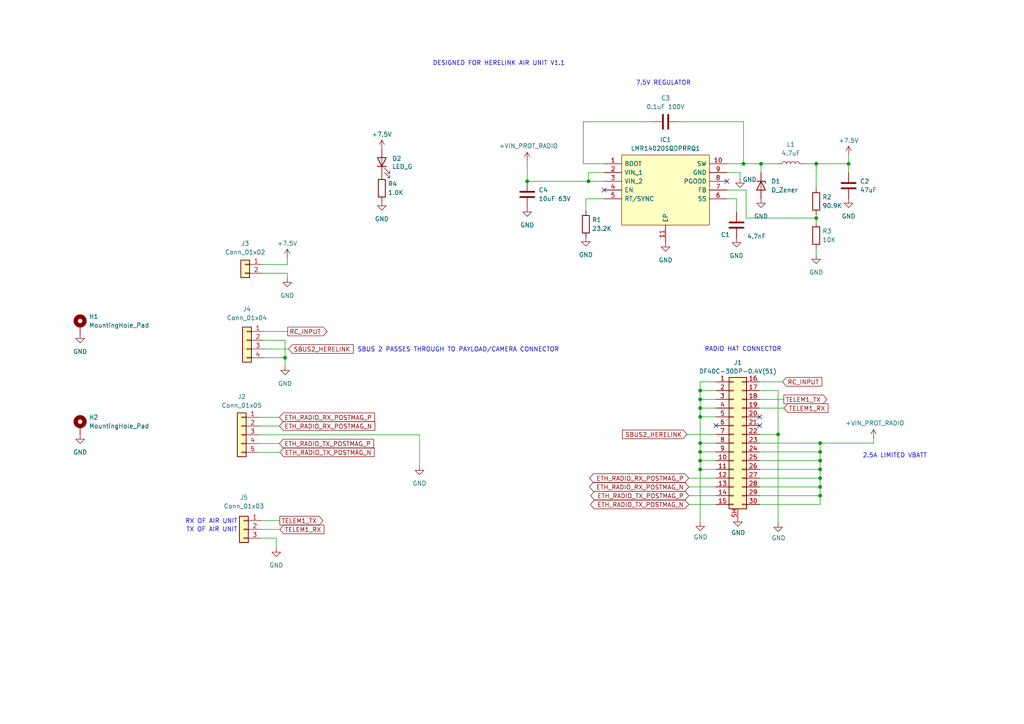
<source format=kicad_sch>
(kicad_sch (version 20230121) (generator eeschema)
  (paper "A4")
  (lib_symbols
    (symbol "+VIN_1" (power) (pin_names (offset 0))
      (property "Value" "+VIN_1" (at 0.381 4.3942 0))
      (symbol "+VIN_1_0_1"
        (polyline (pts (xy -0.762 1.27) (xy 0 2.54)))
        (polyline (pts (xy 0 0) (xy 0 2.54)))
        (polyline (pts (xy 0 2.54) (xy 0.762 1.27)))
      )
      (symbol "+VIN_1_1_1"
        (pin power_in line (at 0 0 90) (length 0) hide (name "+VIN_PROT_RADIO") (number "1"))
      )
    )
    (symbol "Connector_Generic:Conn_01x02" (pin_names (offset 1.016) hide)
      (property "Reference" "J" (at 0 2.54 0))
      (property "Value" "Conn_01x02" (at 0 -5.08 0))
      (symbol "Conn_01x02_1_1"
        (rectangle (start -1.27 -2.413) (end 0 -2.667) (stroke (width 0.1524)))
        (rectangle (start -1.27 0.127) (end 0 -0.127) (stroke (width 0.1524)))
        (rectangle (start -1.27 1.27) (end 1.27 -3.81) (stroke (width 0.254)) (fill (type background)))
        (pin passive line (at -5.08 0 0) (length 3.81) (name "Pin_1") (number "1"))
        (pin passive line (at -5.08 -2.54 0) (length 3.81) (name "Pin_2") (number "2"))
      )
    )
    (symbol "Connector_Generic:Conn_01x03" (pin_names (offset 1.016) hide)
      (property "Reference" "J" (at 0 5.08 0))
      (property "Value" "Conn_01x03" (at 0 -5.08 0))
      (symbol "Conn_01x03_1_1"
        (rectangle (start -1.27 -2.413) (end 0 -2.667) (stroke (width 0.1524)))
        (rectangle (start -1.27 0.127) (end 0 -0.127) (stroke (width 0.1524)))
        (rectangle (start -1.27 2.667) (end 0 2.413) (stroke (width 0.1524)))
        (rectangle (start -1.27 3.81) (end 1.27 -3.81) (stroke (width 0.254)) (fill (type background)))
        (pin passive line (at -5.08 2.54 0) (length 3.81) (name "Pin_1") (number "1"))
        (pin passive line (at -5.08 0 0) (length 3.81) (name "Pin_2") (number "2"))
        (pin passive line (at -5.08 -2.54 0) (length 3.81) (name "Pin_3") (number "3"))
      )
    )
    (symbol "Connector_Generic:Conn_01x04" (pin_names (offset 1.016) hide)
      (property "Reference" "J" (at 0 5.08 0))
      (property "Value" "Conn_01x04" (at 0 -7.62 0))
      (symbol "Conn_01x04_1_1"
        (rectangle (start -1.27 -4.953) (end 0 -5.207) (stroke (width 0.1524)))
        (rectangle (start -1.27 -2.413) (end 0 -2.667) (stroke (width 0.1524)))
        (rectangle (start -1.27 0.127) (end 0 -0.127) (stroke (width 0.1524)))
        (rectangle (start -1.27 2.667) (end 0 2.413) (stroke (width 0.1524)))
        (rectangle (start -1.27 3.81) (end 1.27 -6.35) (stroke (width 0.254)) (fill (type background)))
        (pin passive line (at -5.08 2.54 0) (length 3.81) (name "Pin_1") (number "1"))
        (pin passive line (at -5.08 0 0) (length 3.81) (name "Pin_2") (number "2"))
        (pin passive line (at -5.08 -2.54 0) (length 3.81) (name "Pin_3") (number "3"))
        (pin passive line (at -5.08 -5.08 0) (length 3.81) (name "Pin_4") (number "4"))
      )
    )
    (symbol "Connector_Generic:Conn_01x05" (pin_names (offset 1.016) hide)
      (property "Reference" "J" (at 0 7.62 0))
      (property "Value" "Conn_01x05" (at 0 -7.62 0))
      (symbol "Conn_01x05_1_1"
        (rectangle (start -1.27 -4.953) (end 0 -5.207) (stroke (width 0.1524)))
        (rectangle (start -1.27 -2.413) (end 0 -2.667) (stroke (width 0.1524)))
        (rectangle (start -1.27 0.127) (end 0 -0.127) (stroke (width 0.1524)))
        (rectangle (start -1.27 2.667) (end 0 2.413) (stroke (width 0.1524)))
        (rectangle (start -1.27 5.207) (end 0 4.953) (stroke (width 0.1524)))
        (rectangle (start -1.27 6.35) (end 1.27 -6.35) (stroke (width 0.254)) (fill (type background)))
        (pin passive line (at -5.08 5.08 0) (length 3.81) (name "Pin_1") (number "1"))
        (pin passive line (at -5.08 2.54 0) (length 3.81) (name "Pin_2") (number "2"))
        (pin passive line (at -5.08 0 0) (length 3.81) (name "Pin_3") (number "3"))
        (pin passive line (at -5.08 -2.54 0) (length 3.81) (name "Pin_4") (number "4"))
        (pin passive line (at -5.08 -5.08 0) (length 3.81) (name "Pin_5") (number "5"))
      )
    )
    (symbol "Connector_Generic:Conn_02x15_Top_Bottom" (pin_names (offset 1.016) hide)
      (property "Reference" "J1" (at 1.27 23.368 0))
      (property "Value" "DF40C-30DP-0.4V(51)" (at 1.27 20.828 0))
      (symbol "Conn_02x15_Top_Bottom_1_1"
        (rectangle (start -1.27 -17.653) (end 0 -17.907) (stroke (width 0.1524)))
        (rectangle (start -1.27 -15.113) (end 0 -15.367) (stroke (width 0.1524)))
        (rectangle (start -1.27 -12.573) (end 0 -12.827) (stroke (width 0.1524)))
        (rectangle (start -1.27 -10.033) (end 0 -10.287) (stroke (width 0.1524)))
        (rectangle (start -1.27 -7.493) (end 0 -7.747) (stroke (width 0.1524)))
        (rectangle (start -1.27 -4.953) (end 0 -5.207) (stroke (width 0.1524)))
        (rectangle (start -1.27 -2.413) (end 0 -2.667) (stroke (width 0.1524)))
        (rectangle (start -1.27 0.127) (end 0 -0.127) (stroke (width 0.1524)))
        (rectangle (start -1.27 2.667) (end 0 2.413) (stroke (width 0.1524)))
        (rectangle (start -1.27 5.207) (end 0 4.953) (stroke (width 0.1524)))
        (rectangle (start -1.27 7.747) (end 0 7.493) (stroke (width 0.1524)))
        (rectangle (start -1.27 10.287) (end 0 10.033) (stroke (width 0.1524)))
        (rectangle (start -1.27 12.827) (end 0 12.573) (stroke (width 0.1524)))
        (rectangle (start -1.27 15.367) (end 0 15.113) (stroke (width 0.1524)))
        (rectangle (start -1.27 17.907) (end 0 17.653) (stroke (width 0.1524)))
        (rectangle (start -1.27 19.05) (end 3.81 -19.05) (stroke (width 0.254)) (fill (type background)))
        (rectangle (start 3.81 -17.653) (end 2.54 -17.907) (stroke (width 0.1524)))
        (rectangle (start 3.81 -15.113) (end 2.54 -15.367) (stroke (width 0.1524)))
        (rectangle (start 3.81 -12.573) (end 2.54 -12.827) (stroke (width 0.1524)))
        (rectangle (start 3.81 -10.033) (end 2.54 -10.287) (stroke (width 0.1524)))
        (rectangle (start 3.81 -7.493) (end 2.54 -7.747) (stroke (width 0.1524)))
        (rectangle (start 3.81 -4.953) (end 2.54 -5.207) (stroke (width 0.1524)))
        (rectangle (start 3.81 -2.413) (end 2.54 -2.667) (stroke (width 0.1524)))
        (rectangle (start 3.81 0.127) (end 2.54 -0.127) (stroke (width 0.1524)))
        (rectangle (start 3.81 2.667) (end 2.54 2.413) (stroke (width 0.1524)))
        (rectangle (start 3.81 5.207) (end 2.54 4.953) (stroke (width 0.1524)))
        (rectangle (start 3.81 7.747) (end 2.54 7.493) (stroke (width 0.1524)))
        (rectangle (start 3.81 10.287) (end 2.54 10.033) (stroke (width 0.1524)))
        (rectangle (start 3.81 12.827) (end 2.54 12.573) (stroke (width 0.1524)))
        (rectangle (start 3.81 15.367) (end 2.54 15.113) (stroke (width 0.1524)))
        (rectangle (start 3.81 17.907) (end 2.54 17.653) (stroke (width 0.1524)))
        (pin passive line (at -5.08 17.78 0) (length 3.81) (name "Pin_1") (number "1"))
        (pin passive line (at -5.08 -5.08 0) (length 3.81) (name "Pin_10") (number "10"))
        (pin passive line (at -5.08 -7.62 0) (length 3.81) (name "Pin_11") (number "11"))
        (pin passive line (at -5.08 -10.16 0) (length 3.81) (name "Pin_12") (number "12"))
        (pin passive line (at -5.08 -12.7 0) (length 3.81) (name "Pin_13") (number "13"))
        (pin passive line (at -5.08 -15.24 0) (length 3.81) (name "Pin_14") (number "14"))
        (pin passive line (at -5.08 -17.78 0) (length 3.81) (name "Pin_15") (number "15"))
        (pin passive line (at 7.62 17.78 180) (length 3.81) (name "Pin_16") (number "16"))
        (pin passive line (at 7.62 15.24 180) (length 3.81) (name "Pin_17") (number "17"))
        (pin passive line (at 7.62 12.7 180) (length 3.81) (name "Pin_18") (number "18"))
        (pin passive line (at 7.62 10.16 180) (length 3.81) (name "Pin_19") (number "19"))
        (pin passive line (at -5.08 15.24 0) (length 3.81) (name "Pin_2") (number "2"))
        (pin passive line (at 7.62 7.62 180) (length 3.81) (name "Pin_20") (number "20"))
        (pin passive line (at 7.62 5.08 180) (length 3.81) (name "Pin_21") (number "21"))
        (pin passive line (at 7.62 2.54 180) (length 3.81) (name "Pin_22") (number "22"))
        (pin passive line (at 7.62 0 180) (length 3.81) (name "Pin_23") (number "23"))
        (pin passive line (at 7.62 -2.54 180) (length 3.81) (name "Pin_24") (number "24"))
        (pin passive line (at 7.62 -5.08 180) (length 3.81) (name "Pin_25") (number "25"))
        (pin passive line (at 7.62 -7.62 180) (length 3.81) (name "Pin_26") (number "26"))
        (pin passive line (at 7.62 -10.16 180) (length 3.81) (name "Pin_27") (number "27"))
        (pin passive line (at 7.62 -12.7 180) (length 3.81) (name "Pin_28") (number "28"))
        (pin passive line (at 7.62 -15.24 180) (length 3.81) (name "Pin_29") (number "29"))
        (pin passive line (at -5.08 12.7 0) (length 3.81) (name "Pin_3") (number "3"))
        (pin passive line (at 7.62 -17.78 180) (length 3.81) (name "Pin_30") (number "30"))
        (pin passive line (at -5.08 10.16 0) (length 3.81) (name "Pin_4") (number "4"))
        (pin passive line (at -5.08 7.62 0) (length 3.81) (name "Pin_5") (number "5"))
        (pin passive line (at -5.08 5.08 0) (length 3.81) (name "Pin_6") (number "6"))
        (pin passive line (at -5.08 2.54 0) (length 3.81) (name "Pin_7") (number "7"))
        (pin passive line (at -5.08 0 0) (length 3.81) (name "Pin_8") (number "8"))
        (pin passive line (at -5.08 -2.54 0) (length 3.81) (name "Pin_9") (number "9"))
        (pin passive line (at 1.27 -21.59 90) (length 2.54) (name "SH") (number "SH"))
      )
    )
    (symbol "Device:C" (pin_numbers hide) (pin_names (offset 0.254))
      (property "Reference" "C" (at 0.635 2.54 0))
      (property "Value" "C" (at 0.635 -2.54 0))
      (symbol "C_0_1"
        (polyline (pts (xy -2.032 -0.762) (xy 2.032 -0.762)) (stroke (width 0.508)))
        (polyline (pts (xy -2.032 0.762) (xy 2.032 0.762)) (stroke (width 0.508)))
      )
      (symbol "C_1_1"
        (pin passive line (at 0 3.81 270) (length 2.794) (name "~") (number "1"))
        (pin passive line (at 0 -3.81 90) (length 2.794) (name "~") (number "2"))
      )
    )
    (symbol "Device:D_Zener" (pin_numbers hide) (pin_names (offset 1.016) hide)
      (property "Reference" "D" (at 0 2.54 0))
      (property "Value" "D_Zener" (at 0 -2.54 0))
      (symbol "D_Zener_0_1"
        (polyline (pts (xy 1.27 0) (xy -1.27 0)))
        (polyline (pts (xy -1.27 -1.27) (xy -1.27 1.27) (xy -0.762 1.27)) (stroke (width 0.254)))
        (polyline (pts (xy 1.27 -1.27) (xy 1.27 1.27) (xy -1.27 0) (xy 1.27 -1.27)) (stroke (width 0.254)))
      )
      (symbol "D_Zener_1_1"
        (pin passive line (at -3.81 0 0) (length 2.54) (name "K") (number "1"))
        (pin passive line (at 3.81 0 180) (length 2.54) (name "A") (number "2"))
      )
    )
    (symbol "Device:L" (pin_numbers hide) (pin_names (offset 1.016) hide)
      (property "Reference" "L" (at -1.27 0 90))
      (property "Value" "L" (at 1.905 0 90))
      (symbol "L_0_1"
        (arc (start 0 -2.54) (mid 0.6323 -1.905) (end 0 -1.27))
        (arc (start 0 -1.27) (mid 0.6323 -0.635) (end 0 0))
        (arc (start 0 0) (mid 0.6323 0.635) (end 0 1.27))
        (arc (start 0 1.27) (mid 0.6323 1.905) (end 0 2.54))
      )
      (symbol "L_1_1"
        (pin passive line (at 0 3.81 270) (length 1.27) (name "1") (number "1"))
        (pin passive line (at 0 -3.81 90) (length 1.27) (name "2") (number "2"))
      )
    )
    (symbol "Device:LED" (pin_numbers hide) (pin_names (offset 1.016) hide)
      (property "Reference" "D" (at 0 2.54 0))
      (property "Value" "LED" (at 0 -2.54 0))
      (symbol "LED_0_1"
        (polyline (pts (xy -1.27 -1.27) (xy -1.27 1.27)) (stroke (width 0.254)))
        (polyline (pts (xy -1.27 0) (xy 1.27 0)))
        (polyline (pts (xy 1.27 -1.27) (xy 1.27 1.27) (xy -1.27 0) (xy 1.27 -1.27)) (stroke (width 0.254)))
        (polyline (pts (xy -3.048 -0.762) (xy -4.572 -2.286) (xy -3.81 -2.286) (xy -4.572 -2.286) (xy -4.572 -1.524)))
        (polyline (pts (xy -1.778 -0.762) (xy -3.302 -2.286) (xy -2.54 -2.286) (xy -3.302 -2.286) (xy -3.302 -1.524)))
      )
      (symbol "LED_1_1"
        (pin passive line (at -3.81 0 0) (length 2.54) (name "K") (number "1"))
        (pin passive line (at 3.81 0 180) (length 2.54) (name "A") (number "2"))
      )
    )
    (symbol "Device:R" (pin_numbers hide) (pin_names (offset 0))
      (property "Reference" "R" (at 2.032 0 90))
      (property "Value" "R" (at 0 0 90))
      (symbol "R_0_1"
        (rectangle (start -1.016 -2.54) (end 1.016 2.54) (stroke (width 0.254)))
      )
      (symbol "R_1_1"
        (pin passive line (at 0 3.81 270) (length 1.27) (name "~") (number "1"))
        (pin passive line (at 0 -3.81 90) (length 1.27) (name "~") (number "2"))
      )
    )
    (symbol "LMR14020SQDPRRQ1:LMR14020SQDPRRQ1" (pin_names (offset 0.762))
      (property "Reference" "IC1" (at 17.78 6.985 0))
      (property "Value" "LMR14020SQDPRRQ1" (at 17.78 4.445 0))
      (symbol "LMR14020SQDPRRQ1_0_0"
        (pin passive line (at 0 0 0) (length 5.08) (name "BOOT") (number "1"))
        (pin passive line (at 35.56 0 180) (length 5.08) (name "SW") (number "10"))
        (pin passive line (at 17.78 -22.86 90) (length 5.08) (name "EP") (number "11"))
        (pin passive line (at 0 -2.54 0) (length 5.08) (name "VIN_1") (number "2"))
        (pin passive line (at 0 -5.08 0) (length 5.08) (name "VIN_2") (number "3"))
        (pin passive line (at 0 -7.62 0) (length 5.08) (name "EN") (number "4"))
        (pin passive line (at 0 -10.16 0) (length 5.08) (name "RT/SYNC") (number "5"))
        (pin passive line (at 35.56 -10.16 180) (length 5.08) (name "SS") (number "6"))
        (pin passive line (at 35.56 -7.62 180) (length 5.08) (name "FB") (number "7"))
        (pin passive line (at 35.56 -5.08 180) (length 5.08) (name "PGOOD") (number "8"))
        (pin passive line (at 35.56 -2.54 180) (length 5.08) (name "GND") (number "9"))
      )
      (symbol "LMR14020SQDPRRQ1_1_1"
        (polyline (pts (xy 5.08 2.54) (xy 30.48 2.54) (xy 30.48 -17.78) (xy 5.08 -17.78) (xy 5.08 2.54)) (stroke (width 0.1524)) (fill (type background)))
      )
    )
    (symbol "Mechanical:MountingHole_Pad" (pin_numbers hide) (pin_names (offset 1.016) hide)
      (property "Reference" "H" (at 0 6.35 0))
      (property "Value" "MountingHole_Pad" (at 0 4.445 0))
      (symbol "MountingHole_Pad_0_1"
        (circle (center 0 1.27) (radius 1.27) (stroke (width 1.27)))
      )
      (symbol "MountingHole_Pad_1_1"
        (pin input line (at 0 -2.54 90) (length 2.54) (name "1") (number "1"))
      )
    )
    (symbol "custom_power:GND" (power) (pin_names (offset 0))
      (property "Value" "custom_power_GND" (at 0 -3.81 0))
      (symbol "GND_0_1"
        (polyline (pts (xy 0 0) (xy 0 -1.27) (xy 1.27 -1.27) (xy 0 -2.54) (xy -1.27 -1.27) (xy 0 -1.27)))
      )
      (symbol "GND_1_1"
        (pin power_in line (at 0 0 270) (length 0) hide (name "GND") (number "1"))
      )
    )
    (symbol "power:+7.5V" (power) (pin_names (offset 0))
      (property "Value" "+7.5V" (at 0 3.556 0))
      (symbol "+7.5V_0_1"
        (polyline (pts (xy -0.762 1.27) (xy 0 2.54)))
        (polyline (pts (xy 0 0) (xy 0 2.54)))
        (polyline (pts (xy 0 2.54) (xy 0.762 1.27)))
      )
      (symbol "+7.5V_1_1"
        (pin power_in line (at 0 0 90) (length 0) hide (name "+7.5V") (number "1"))
      )
    )
    (symbol "power:GND" (power) (pin_names (offset 0))
      (property "Value" "GND" (at 0 -3.81 0))
      (symbol "GND_0_1"
        (polyline (pts (xy 0 0) (xy 0 -1.27) (xy 1.27 -1.27) (xy 0 -2.54) (xy -1.27 -1.27) (xy 0 -1.27)))
      )
      (symbol "GND_1_1"
        (pin power_in line (at 0 0 270) (length 0) hide (name "GND") (number "1"))
      )
    )
  )
  (junction (at 225.679 125.984))
  (junction (at 203.073 113.284))
  (junction (at 203.073 136.144))
  (junction (at 237.871 131.064))
  (junction (at 237.871 128.524))
  (junction (at 203.073 131.064))
  (junction (at 237.871 141.224))
  (junction (at 203.073 120.904))
  (junction (at 237.871 136.144))
  (junction (at 170.688 52.578))
  (junction (at 82.677 103.759))
  (junction (at 215.646 47.498))
  (junction (at 236.728 63.246))
  (junction (at 203.073 128.524))
  (junction (at 237.871 133.604))
  (junction (at 236.728 47.498))
  (junction (at 152.908 52.578))
  (junction (at 237.871 143.764))
  (junction (at 203.073 118.364))
  (junction (at 237.871 138.684))
  (junction (at 203.073 115.824))
  (junction (at 246.126 47.498))
  (junction (at 203.073 133.604))
  (junction (at 220.726 47.498))
  (no_connect (at 210.82 52.578))
  (no_connect (at 175.26 55.118))
  (no_connect (at 220.345 120.904))
  (no_connect (at 207.645 123.444))
  (no_connect (at 220.345 123.444))
  (wire (pts (xy 170.688 50.038) (xy 170.688 52.578)))
  (wire (pts (xy 210.82 57.658) (xy 213.614 57.658)))
  (wire (pts (xy 220.345 143.764) (xy 237.871 143.764)))
  (wire (pts (xy 199.771 141.224) (xy 207.645 141.224)))
  (wire (pts (xy 203.073 136.144) (xy 203.073 151.384)))
  (wire (pts (xy 203.073 113.284) (xy 203.073 115.824)))
  (wire (pts (xy 220.345 115.824) (xy 227.33 115.824)))
  (wire (pts (xy 76.708 98.679) (xy 82.677 98.679)))
  (wire (pts (xy 237.871 131.064) (xy 237.871 133.604)))
  (wire (pts (xy 76.708 103.759) (xy 82.677 103.759)))
  (wire (pts (xy 220.726 47.498) (xy 225.552 47.498)))
  (wire (pts (xy 237.871 141.224) (xy 237.871 138.684)))
  (wire (pts (xy 203.073 128.524) (xy 203.073 131.064)))
  (wire (pts (xy 199.771 146.304) (xy 207.645 146.304)))
  (wire (pts (xy 75.819 156.083) (xy 80.137 156.083)))
  (wire (pts (xy 236.728 63.246) (xy 236.728 64.516)))
  (wire (pts (xy 220.345 125.984) (xy 225.679 125.984)))
  (wire (pts (xy 152.908 52.578) (xy 152.908 46.736)))
  (wire (pts (xy 220.345 136.144) (xy 237.871 136.144)))
  (wire (pts (xy 203.073 131.064) (xy 207.645 131.064)))
  (wire (pts (xy 220.345 113.284) (xy 225.679 113.284)))
  (wire (pts (xy 121.666 126.111) (xy 121.666 135.128)))
  (wire (pts (xy 76.708 96.139) (xy 83.439 96.139)))
  (wire (pts (xy 75.184 121.031) (xy 81.026 121.031)))
  (wire (pts (xy 75.184 123.571) (xy 81.026 123.571)))
  (wire (pts (xy 237.871 143.764) (xy 237.871 141.224)))
  (wire (pts (xy 237.871 138.684) (xy 220.345 138.684)))
  (wire (pts (xy 199.771 143.764) (xy 207.645 143.764)))
  (wire (pts (xy 175.26 50.038) (xy 170.688 50.038)))
  (wire (pts (xy 216.408 63.246) (xy 236.728 63.246)))
  (wire (pts (xy 215.646 35.306) (xy 215.646 47.498)))
  (wire (pts (xy 203.073 118.364) (xy 207.645 118.364)))
  (wire (pts (xy 210.82 50.038) (xy 214.63 50.038)))
  (wire (pts (xy 175.26 57.658) (xy 169.926 57.658)))
  (wire (pts (xy 203.073 133.604) (xy 203.073 136.144)))
  (wire (pts (xy 169.926 57.658) (xy 169.926 61.214)))
  (wire (pts (xy 220.345 141.224) (xy 237.871 141.224)))
  (wire (pts (xy 76.708 101.219) (xy 83.693 101.219)))
  (wire (pts (xy 225.679 125.984) (xy 225.679 151.638)))
  (wire (pts (xy 236.728 47.498) (xy 236.728 54.61)))
  (wire (pts (xy 220.345 110.744) (xy 226.949 110.744)))
  (wire (pts (xy 203.073 133.604) (xy 207.645 133.604)))
  (wire (pts (xy 170.688 52.578) (xy 152.908 52.578)))
  (wire (pts (xy 82.677 98.679) (xy 82.677 103.759)))
  (wire (pts (xy 220.345 128.524) (xy 237.871 128.524)))
  (wire (pts (xy 220.345 131.064) (xy 237.871 131.064)))
  (wire (pts (xy 203.073 113.284) (xy 207.645 113.284)))
  (wire (pts (xy 233.172 47.498) (xy 236.728 47.498)))
  (wire (pts (xy 236.728 72.136) (xy 236.728 73.914)))
  (wire (pts (xy 220.345 133.604) (xy 237.871 133.604)))
  (wire (pts (xy 214.63 50.038) (xy 214.63 51.816)))
  (wire (pts (xy 210.82 55.118) (xy 216.408 55.118)))
  (wire (pts (xy 213.614 57.658) (xy 213.614 61.468)))
  (wire (pts (xy 76.2 76.708) (xy 83.312 76.708)))
  (wire (pts (xy 199.771 138.684) (xy 207.645 138.684)))
  (wire (pts (xy 203.073 120.904) (xy 203.073 128.524)))
  (wire (pts (xy 207.645 120.904) (xy 203.073 120.904)))
  (wire (pts (xy 203.073 115.824) (xy 203.073 118.364)))
  (wire (pts (xy 203.073 131.064) (xy 203.073 133.604)))
  (wire (pts (xy 237.871 133.604) (xy 237.871 136.144)))
  (wire (pts (xy 220.345 118.364) (xy 227.33 118.364)))
  (wire (pts (xy 169.164 47.498) (xy 169.164 35.306)))
  (wire (pts (xy 83.312 76.708) (xy 83.312 74.803)))
  (wire (pts (xy 236.728 47.498) (xy 246.126 47.498)))
  (wire (pts (xy 203.073 115.824) (xy 207.645 115.824)))
  (wire (pts (xy 83.312 79.248) (xy 83.312 80.645)))
  (wire (pts (xy 253.365 127.127) (xy 253.365 128.524)))
  (wire (pts (xy 82.677 103.759) (xy 82.677 106.172)))
  (wire (pts (xy 196.85 35.306) (xy 215.646 35.306)))
  (wire (pts (xy 215.646 47.498) (xy 210.82 47.498)))
  (wire (pts (xy 237.871 146.304) (xy 237.871 143.764)))
  (wire (pts (xy 203.073 110.744) (xy 203.073 113.284)))
  (wire (pts (xy 237.871 128.524) (xy 253.365 128.524)))
  (wire (pts (xy 76.2 79.248) (xy 83.312 79.248)))
  (wire (pts (xy 175.26 52.578) (xy 170.688 52.578)))
  (wire (pts (xy 75.819 151.003) (xy 81.153 151.003)))
  (wire (pts (xy 75.184 126.111) (xy 121.666 126.111)))
  (wire (pts (xy 216.408 55.118) (xy 216.408 63.246)))
  (wire (pts (xy 199.263 125.984) (xy 207.645 125.984)))
  (wire (pts (xy 207.645 128.524) (xy 203.073 128.524)))
  (wire (pts (xy 220.726 47.498) (xy 220.726 50.038)))
  (wire (pts (xy 75.184 128.651) (xy 81.026 128.651)))
  (wire (pts (xy 169.164 35.306) (xy 189.23 35.306)))
  (wire (pts (xy 80.137 156.083) (xy 80.137 158.877)))
  (wire (pts (xy 220.345 146.304) (xy 237.871 146.304)))
  (wire (pts (xy 246.126 47.498) (xy 246.126 50.038)))
  (wire (pts (xy 75.819 153.543) (xy 81.153 153.543)))
  (wire (pts (xy 237.871 136.144) (xy 237.871 138.684)))
  (wire (pts (xy 207.645 110.744) (xy 203.073 110.744)))
  (wire (pts (xy 203.073 136.144) (xy 207.645 136.144)))
  (wire (pts (xy 203.073 118.364) (xy 203.073 120.904)))
  (wire (pts (xy 246.126 47.498) (xy 246.126 44.958)))
  (wire (pts (xy 175.26 47.498) (xy 169.164 47.498)))
  (wire (pts (xy 75.184 131.191) (xy 81.153 131.191)))
  (wire (pts (xy 215.646 47.498) (xy 220.726 47.498)))
  (wire (pts (xy 225.679 113.284) (xy 225.679 125.984)))
  (wire (pts (xy 236.728 62.23) (xy 236.728 63.246)))
  (wire (pts (xy 237.871 128.524) (xy 237.871 131.064)))
  (text "RX OF AIR UNIT" (at 53.721 152.019 0) (effects (font (size 1.27 1.27)) (justify left bottom)))
  (text "7.5V REGULATOR" (at 184.404 24.892 0) (effects (font (size 1.27 1.27)) (justify left bottom)))
  (text "2.5A LIMITED VBATT" (at 250.19 132.969 0) (effects (font (size 1.27 1.27)) (justify left bottom)))
  (text "RADIO HAT CONNECTOR" (at 204.343 102.108 0) (effects (font (size 1.27 1.27)) (justify left bottom)))
  (text "TX OF AIR UNIT" (at 53.975 154.432 0) (effects (font (size 1.27 1.27)) (justify left bottom)))
  (text "SBUS 2 PASSES THROUGH TO PAYLOAD/CAMERA CONNECTOR" (at 103.632 102.235 0) (effects (font (size 1.27 1.27)) (justify left bottom)))
  (text "DESIGNED FOR HERELINK AIR UNIT V1.1" (at 125.476 19.177 0) (effects (font (size 1.27 1.27)) (justify left bottom)))
  (global_label "RC_INPUT" (shape output) (at 83.439 96.139 0) (property "Intersheetrefs" "${INTERSHEET_REFS}" (effects hide)))
  (global_label "ETH_RADIO_TX_POSTMAG_N" (shape input) (at 81.153 131.191 0) (property "Intersheetrefs" "${INTERSHEET_REFS}" (effects hide)))
  (global_label "ETH_RADIO_RX_POSTMAG_P" (shape bidirectional) (at 199.771 138.684 180) (property "Intersheetrefs" "${INTERSHEET_REFS}" (effects hide)))
  (global_label "SBUS2_HERELINK" (shape input) (at 83.693 101.219 0) (property "Intersheetrefs" "${INTERSHEET_REFS}" (effects hide)))
  (global_label "ETH_RADIO_TX_POSTMAG_N" (shape bidirectional) (at 199.771 146.304 180) (property "Intersheetrefs" "${INTERSHEET_REFS}" (effects hide)))
  (global_label "TELEM1_RX" (shape input) (at 227.33 118.364 0) (property "Intersheetrefs" "${INTERSHEET_REFS}" (effects hide)))
  (global_label "TELEM1_TX" (shape output) (at 81.153 151.003 0) (property "Intersheetrefs" "${INTERSHEET_REFS}" (effects hide)))
  (global_label "ETH_RADIO_RX_POSTMAG_P" (shape input) (at 81.026 121.031 0) (property "Intersheetrefs" "${INTERSHEET_REFS}" (effects hide)))
  (global_label "ETH_RADIO_TX_POSTMAG_P" (shape input) (at 81.026 128.651 0) (property "Intersheetrefs" "${INTERSHEET_REFS}" (effects hide)))
  (global_label "TELEM1_RX" (shape input) (at 81.153 153.543 0) (property "Intersheetrefs" "${INTERSHEET_REFS}" (effects hide)))
  (global_label "SBUS2_HERELINK" (shape input) (at 199.263 125.984 180) (property "Intersheetrefs" "${INTERSHEET_REFS}" (effects hide)))
  (global_label "ETH_RADIO_RX_POSTMAG_N" (shape input) (at 81.026 123.571 0) (property "Intersheetrefs" "${INTERSHEET_REFS}" (effects hide)))
  (global_label "TELEM1_TX" (shape output) (at 227.33 115.824 0) (property "Intersheetrefs" "${INTERSHEET_REFS}" (effects hide)))
  (global_label "ETH_RADIO_TX_POSTMAG_P" (shape bidirectional) (at 199.771 143.764 180) (property "Intersheetrefs" "${INTERSHEET_REFS}" (effects hide)))
  (global_label "RC_INPUT" (shape input) (at 226.949 110.744 0) (property "Intersheetrefs" "${INTERSHEET_REFS}" (effects hide)))
  (global_label "ETH_RADIO_RX_POSTMAG_N" (shape bidirectional) (at 199.771 141.224 180) (property "Intersheetrefs" "${INTERSHEET_REFS}" (effects hide)))
  (symbol (lib_id "Connector_Generic:Conn_01x03") (at 70.739 153.543 0) (mirror y) (unit 1)
    (property "Reference" "J5" (at 70.739 144.272 0))
    (property "Value" "Conn_01x03" (at 70.739 146.812 0))
    (property "Footprint" "Connector_JST:JST_GH_SM03B-GHS-TB_1x03-1MP_P1.25mm_Horizontal" (effects hide))
    (property "Part Num" "SM03B-GHS-TBT" (effects hide))
  )
  (symbol (lib_id "power:GND") (at 82.677 106.172 0) (unit 1)
    (property "Reference" "#PWR09" (effects hide))
    (property "Value" "GND" (at 82.677 111.252 0))
  )
  (symbol (lib_id "power:GND") (at 220.726 57.658 0) (unit 1)
    (property "Reference" "#PWR015" (effects hide))
    (property "Value" "GND" (at 220.726 62.738 0))
  )
  (symbol (lib_id "Mechanical:MountingHole_Pad") (at 23.241 94.361 0) (unit 1) (in_bom no)
    (property "Reference" "H1" (at 25.781 91.821 0) (effects (justify left)))
    (property "Value" "MountingHole_Pad" (at 25.781 94.361 0) (effects (justify left)))
    (property "Footprint" "MountingHole:MountingHole_2.2mm_M2_Pad" (effects hide))
  )
  (symbol (lib_id "power:GND") (at 246.126 57.658 0) (unit 1)
    (property "Reference" "#PWR016" (effects hide))
    (property "Value" "GND" (at 246.126 62.738 0))
  )
  (symbol (lib_id "custom_power:GND") (at 213.995 150.114 0) (unit 1)
    (property "Reference" "#PWR011" (effects hide))
    (property "Value" "GND" (at 214.122 154.5082 0))
  )
  (symbol (lib_id "LMR14020SQDPRRQ1:LMR14020SQDPRRQ1") (at 175.26 47.498 0) (unit 1)
    (property "Reference" "IC1" (at 193.04 40.513 0))
    (property "Value" "LMR14020SQDPRRQ1" (at 193.04 43.053 0))
    (property "Footprint" "SON80P400X400X80-11N" (effects hide))
    (property "Datasheet" "http://www.ti.com/lit/gpn/lmr14020-q1" (effects hide))
    (property "Description" "Automotive 40V, 2A SIMPLE SWITCHER&#174;, 2.2MHz Step-Down Regulator with 40uA IQ" (effects hide))
    (property "Height" "0.8" (effects hide))
    (property "Manufacturer_Name" "Texas Instruments" (effects hide))
    (property "Manufacturer_Part_Number" "LMR14020SQDPRRQ1" (effects hide))
    (property "Mouser Part Number" "595-LMR14020SQDPRRQ1" (effects hide))
    (property "Mouser Price/Stock" "https://www.mouser.co.uk/ProductDetail/Texas-Instruments/LMR14020SQDPRRQ1?qs=osPbIpHqQ9X0%2FT%2FntwL6tg%3D%3D" (effects hide))
    (property "Arrow Part Number" "LMR14020SQDPRRQ1" (effects hide))
    (property "Arrow Price/Stock" "https://www.arrow.com/en/products/lmr14020sqdprrq1/texas-instruments?region=nac" (effects hide))
  )
  (symbol (lib_name "+VIN_1") (lib_id "archangel:+VIN") (at 253.365 127.127 0) (unit 1)
    (property "Reference" "#PWR07" (effects hide))
    (property "Value" "+VIN_PROT_RADIO" (at 253.746 122.7328 0))
  )
  (symbol (lib_id "power:+7.5V") (at 110.744 43.18 0) (unit 1)
    (property "Reference" "#PWR022" (effects hide))
    (property "Value" "+7.5V" (at 110.744 38.989 0))
  )
  (symbol (lib_id "Connector_Generic:Conn_01x05") (at 70.104 126.111 0) (mirror y) (unit 1)
    (property "Reference" "J2" (at 70.104 115.062 0))
    (property "Value" "Conn_01x05" (at 70.104 117.602 0))
    (property "Footprint" "Connector_JST:JST_GH_SM05B-GHS-TB_1x05-1MP_P1.25mm_Horizontal" (effects hide))
    (property "Part Num" "SM05B-GHS-TBT" (effects hide))
  )
  (symbol (lib_id "power:GND") (at 121.666 135.128 0) (unit 1)
    (property "Reference" "#PWR03" (effects hide))
    (property "Value" "GND" (at 121.666 140.208 0))
  )
  (symbol (lib_id "power:GND") (at 193.04 70.358 0) (unit 1)
    (property "Reference" "#PWR014" (effects hide))
    (property "Value" "GND" (at 193.04 75.438 0))
  )
  (symbol (lib_id "power:+7.5V") (at 246.126 44.958 0) (unit 1)
    (property "Reference" "#PWR013" (effects hide))
    (property "Value" "+7.5V" (at 246.126 40.767 0))
  )
  (symbol (lib_id "power:GND") (at 152.908 60.198 0) (unit 1)
    (property "Reference" "#PWR020" (effects hide))
    (property "Value" "GND" (at 152.908 65.278 0))
  )
  (symbol (lib_id "Device:LED") (at 110.744 46.99 90) (unit 1)
    (property "Reference" "D2" (at 113.7412 45.9994 90) (effects (justify right)))
    (property "Value" "LED_G" (at 113.7412 48.3108 90) (effects (justify right)))
    (property "Footprint" "LED_SMD:LED_0603_1608Metric" (effects hide))
    (property "Part Num" "150060VS75000" (effects hide))
  )
  (symbol (lib_id "power:GND") (at 23.241 126.111 0) (unit 1)
    (property "Reference" "#PWR02" (effects hide))
    (property "Value" "GND" (at 23.241 131.191 0))
  )
  (symbol (lib_id "Connector_Generic:Conn_01x04") (at 71.628 98.679 0) (mirror y) (unit 1)
    (property "Reference" "J4" (at 71.628 89.662 0))
    (property "Value" "Conn_01x04" (at 71.628 92.202 0))
    (property "Footprint" "Connector_JST:JST_GH_SM04B-GHS-TB_1x04-1MP_P1.25mm_Horizontal" (effects hide))
    (property "Part Num" "SM04B-GHS-TBT" (effects hide))
  )
  (symbol (lib_id "Device:C") (at 193.04 35.306 90) (unit 1)
    (property "Reference" "C3" (at 193.04 28.448 90))
    (property "Value" "0.1uF 100V" (at 193.04 30.988 90))
    (property "Footprint" "Capacitor_SMD:C_0603_1608Metric" (effects hide))
    (property "Part Num" "CL10B104KC8NNNC" (effects hide))
  )
  (symbol (lib_id "power:GND") (at 213.614 69.088 0) (unit 1)
    (property "Reference" "#PWR018" (effects hide))
    (property "Value" "GND" (at 213.614 74.168 0))
  )
  (symbol (lib_id "Device:L") (at 229.362 47.498 90) (unit 1)
    (property "Reference" "L1" (at 229.362 41.91 90))
    (property "Value" "4.7uF" (at 229.362 44.45 90))
    (property "Footprint" "UVDL.Pretty:IND_336047_WRE" (effects hide))
    (property "Part Num" "74438336047" (effects hide))
  )
  (symbol (lib_id "Connector_Generic:Conn_02x15_Top_Bottom") (at 212.725 128.524 0) (unit 1)
    (property "Reference" "J1" (at 213.995 105.156 0))
    (property "Value" "DF40C-30DP-0.4V(51)" (at 213.995 107.696 0))
    (property "Footprint" "UVDL.Pretty:HRS_DF40C-30DP-0.4V_51_" (effects hide))
    (property "Part Num" "DF40C-30DP-0.4V(51)" (effects hide))
  )
  (symbol (lib_id "power:GND") (at 214.63 51.816 0) (unit 1)
    (property "Reference" "#PWR019" (effects hide))
    (property "Value" "GND" (at 217.424 52.07 0))
  )
  (symbol (lib_id "power:+7.5V") (at 83.312 74.803 0) (unit 1)
    (property "Reference" "#PWR04" (effects hide))
    (property "Value" "+7.5V" (at 83.312 70.612 0))
  )
  (symbol (lib_id "custom_power:GND") (at 225.679 151.638 0) (unit 1)
    (property "Reference" "#PWR06" (effects hide))
    (property "Value" "GND" (at 225.806 156.0322 0))
  )
  (symbol (lib_id "Device:C") (at 152.908 56.388 0) (unit 1)
    (property "Reference" "C4" (at 156.21 55.118 0) (effects (justify left)))
    (property "Value" "10uF 63V" (at 156.21 57.658 0) (effects (justify left)))
    (property "Footprint" "Capacitor_SMD:C_1210_3225Metric" (effects hide))
    (property "Part Num" "CL32B106KMVNNWE" (effects hide))
  )
  (symbol (lib_id "power:GND") (at 80.137 158.877 0) (unit 1)
    (property "Reference" "#PWR010" (effects hide))
    (property "Value" "GND" (at 80.137 163.957 0))
  )
  (symbol (lib_id "Device:C") (at 246.126 53.848 0) (unit 1)
    (property "Reference" "C2" (at 249.428 52.578 0) (effects (justify left)))
    (property "Value" "47uF" (at 249.428 55.118 0) (effects (justify left)))
    (property "Footprint" "Capacitor_SMD:C_1206_3216Metric" (effects hide))
    (property "Part Num" "C3216X5R1E476M160AC" (effects hide))
  )
  (symbol (lib_id "power:GND") (at 236.728 73.914 0) (unit 1)
    (property "Reference" "#PWR017" (effects hide))
    (property "Value" "GND" (at 236.728 78.994 0))
  )
  (symbol (lib_id "power:GND") (at 83.312 80.645 0) (unit 1)
    (property "Reference" "#PWR08" (effects hide))
    (property "Value" "GND" (at 83.312 85.725 0))
  )
  (symbol (lib_id "power:GND") (at 169.926 68.834 0) (unit 1)
    (property "Reference" "#PWR021" (effects hide))
    (property "Value" "GND" (at 169.926 73.914 0))
  )
  (symbol (lib_id "Device:R") (at 110.744 54.61 0) (unit 1)
    (property "Reference" "R4" (at 112.522 53.34 0) (effects (justify left)))
    (property "Value" "1.0K" (at 112.522 55.88 0) (effects (justify left)))
    (property "Footprint" "Resistor_SMD:R_0201_0603Metric" (effects hide))
    (property "Part Num" "ERJ-1GEF1001C" (effects hide))
  )
  (symbol (lib_id "power:GND") (at 23.241 96.901 0) (unit 1)
    (property "Reference" "#PWR01" (effects hide))
    (property "Value" "GND" (at 23.241 101.981 0))
  )
  (symbol (lib_id "Device:R") (at 236.728 68.326 0) (unit 1)
    (property "Reference" "R3" (at 238.506 67.056 0) (effects (justify left)))
    (property "Value" "10K" (at 238.506 69.596 0) (effects (justify left)))
    (property "Footprint" "Resistor_SMD:R_0201_0603Metric" (effects hide))
    (property "Part Num" "ERJ-1GNF1002C" (effects hide))
  )
  (symbol (lib_id "custom_power:GND") (at 203.073 151.384 0) (unit 1)
    (property "Reference" "#PWR05" (effects hide))
    (property "Value" "GND" (at 203.2 155.7782 0))
  )
  (symbol (lib_name "+VIN_1") (lib_id "archangel:+VIN") (at 152.908 46.736 0) (unit 1)
    (property "Reference" "#PWR012" (effects hide))
    (property "Value" "+VIN_PROT_RADIO" (at 153.289 42.3418 0))
  )
  (symbol (lib_id "Device:D_Zener") (at 220.726 53.848 270) (unit 1)
    (property "Reference" "D1" (at 223.647 52.578 90) (effects (justify left)))
    (property "Value" "D_Zener" (at 223.647 55.118 90) (effects (justify left)))
    (property "Footprint" "Diode_SMD:D_SMA" (effects hide))
    (property "Part Num" "SK220A" (effects hide))
  )
  (symbol (lib_id "Device:C") (at 213.614 65.278 0) (unit 1)
    (property "Reference" "C1" (at 209.042 68.072 0) (effects (justify left)))
    (property "Value" "4.7nF" (at 216.662 68.58 0) (effects (justify left)))
    (property "Footprint" "Capacitor_SMD:C_0201_0603Metric" (effects hide))
    (property "Part Num" "GRM033R61E472KA12D" (effects hide))
  )
  (symbol (lib_id "Connector_Generic:Conn_01x02") (at 71.12 76.708 0) (mirror y) (unit 1)
    (property "Reference" "J3" (at 71.12 70.612 0))
    (property "Value" "Conn_01x02" (at 71.12 73.152 0))
    (property "Footprint" "Connector_JST:JST_GH_SM02B-GHS-TB_1x02-1MP_P1.25mm_Horizontal" (effects hide))
    (property "Part Num" "SM02B-GHS-TBT" (effects hide))
  )
  (symbol (lib_id "Mechanical:MountingHole_Pad") (at 23.241 123.571 0) (unit 1) (in_bom no)
    (property "Reference" "H2" (at 25.781 121.031 0) (effects (justify left)))
    (property "Value" "MountingHole_Pad" (at 25.781 123.571 0) (effects (justify left)))
    (property "Footprint" "MountingHole:MountingHole_2.2mm_M2_Pad" (effects hide))
  )
  (symbol (lib_id "Device:R") (at 236.728 58.42 0) (unit 1)
    (property "Reference" "R2" (at 238.506 57.15 0) (effects (justify left)))
    (property "Value" "90.9K" (at 238.506 59.69 0) (effects (justify left)))
    (property "Footprint" "Resistor_SMD:R_0201_0603Metric" (effects hide))
    (property "Part Num" "ERJ-1GNF9092C" (effects hide))
  )
  (symbol (lib_id "Device:R") (at 169.926 65.024 0) (unit 1)
    (property "Reference" "R1" (at 171.704 63.754 0) (effects (justify left)))
    (property "Value" "23.2K" (at 171.704 66.294 0) (effects (justify left)))
    (property "Footprint" "Resistor_SMD:R_0201_0603Metric" (effects hide))
    (property "Part Num" "ERJ-1GNF2322C" (effects hide))
  )
  (symbol (lib_id "power:GND") (at 110.744 58.42 0) (unit 1)
    (property "Reference" "#PWR023" (effects hide))
    (property "Value" "GND" (at 110.744 63.5 0))
  )
)
</source>
